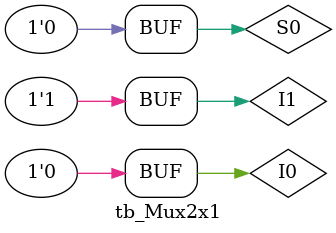
<source format=v>

module tb_Mux2x1();


   reg I0;
   reg I1;
   reg S0;
   wire Y;

Mux_2x1 M2(
   .I0(I0),
   .I1(I1),
   .S0(S0), 
   .Y(Y)
);


initial begin 
  #1; $display("Verilog is cool");
       #1; I0 = 1; I1 = 0;  S0= 1;
       #1; I0 = 0; I1 = 1;  S0 = 0;
       #1; I0 = 0; I1 = 1;  S0 = 1;
       #1; I0 = 0; I1 = 0;  S0 = 1;
       #1; I0 = 1; I1 = 1;  S0 = 1;
       #1; I0 = 0; I1 = 1;  S0 = 0;

	end

endmodule

</source>
